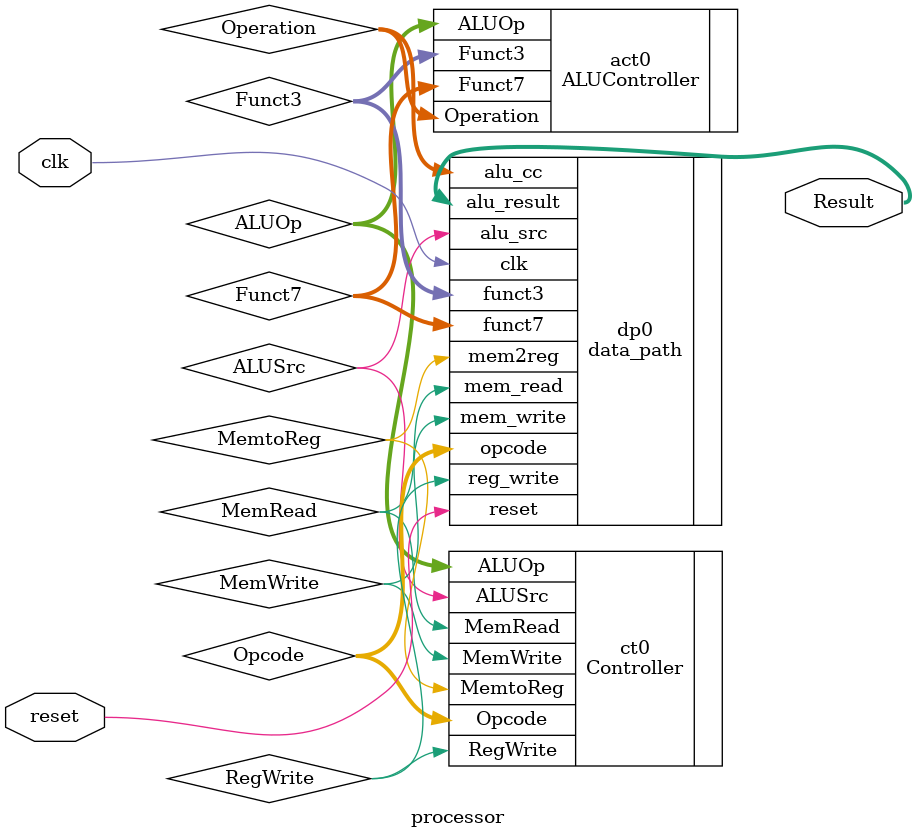
<source format=v>
`timescale 1ns / 1ps


module processor ( input clk , reset , output [31:0] Result );
// Define the input and output signals
    wire [6:0] Funct7;
    wire [2:0] Funct3;
    wire [6:0] Opcode;
    wire [1:0] ALUOp;
    wire [3:0] Operation;
    wire ALUSrc;
    wire MemtoReg;
    wire RegWrite;
    wire MemRead;
    wire MemWrite;
// Define the processor modules behavior
// Data Path
    data_path dp0 (.clk(clk),.reset(reset), .reg_write(RegWrite), .mem2reg(MemtoReg), 
                    .alu_src(ALUSrc), .mem_write(MemWrite), .mem_read(MemRead), .alu_cc(Operation), 
                    .opcode(Opcode), .funct7(Funct7), .funct3(Funct3), .alu_result(Result));
// Controller
    Controller ct0 (.Opcode(Opcode), .ALUSrc(ALUSrc), .MemtoReg(MemtoReg), .RegWrite(RegWrite), .MemRead(MemRead), .MemWrite(MemWrite), .ALUOp(ALUOp));
// ALU Controller 
    ALUController act0 (.ALUOp(ALUOp), .Funct7(Funct7), .Funct3(Funct3), .Operation(Operation));
endmodule

</source>
